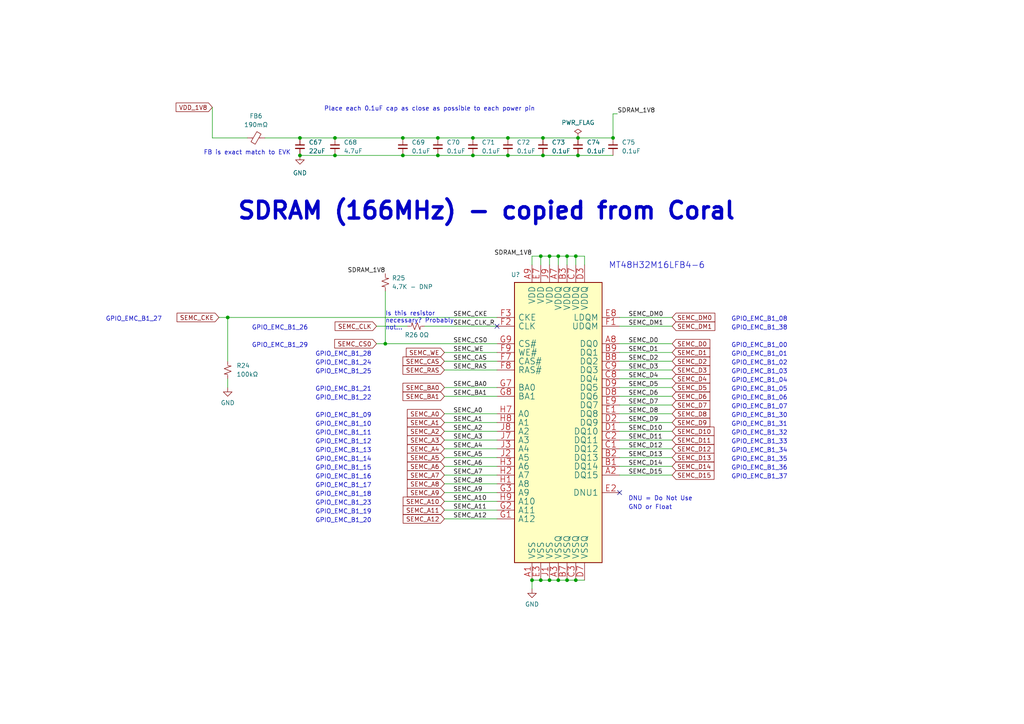
<source format=kicad_sch>
(kicad_sch (version 20231120) (generator "eeschema") (generator_version "8.0")
  (paper "A4")
  (title_block (title "Soldermander") (date "2024-02-27") (rev "1.0") (company "Stanford Student Space Initiative") (comment 1 "RE: Flynn Dreilinger"))
  (lib_symbols
    (symbol "Device:C_Small" (pin_numbers hide) (pin_names (offset 0.254) hide)
      (property "Reference" "C" (at 0.254 1.778 0))
      (property "Value" "C_Small" (at 0.254 -2.032 0))
      (symbol "C_Small_0_1"
        (polyline (pts (xy -1.27 -0.508) (xy 1.27 -0.508)) (stroke (width 0.3302)))
        (polyline (pts (xy -1.27 0.508) (xy 1.27 0.508)) (stroke (width 0.3048)))
      )
      (symbol "C_Small_1_1"
        (pin passive line (at 0 2.54 270) (length 2.032) (name "~") (number "1"))
        (pin passive line (at 0 -2.54 90) (length 2.032) (name "~") (number "2"))
      )
    )
    (symbol "Device:FerriteBead_Small" (pin_numbers hide) (pin_names (offset 0))
      (property "Reference" "FB" (at 1.905 1.27 0))
      (property "Value" "FerriteBead_Small" (at 1.905 -1.27 0))
      (symbol "FerriteBead_Small_0_1"
        (polyline (pts (xy 0 -1.27) (xy 0 -0.7874)))
        (polyline (pts (xy 0 0.889) (xy 0 1.2954)))
        (polyline (pts (xy -1.8288 0.2794) (xy -1.1176 1.4986) (xy 1.8288 -0.2032) (xy 1.1176 -1.4224) (xy -1.8288 0.2794)))
      )
      (symbol "FerriteBead_Small_1_1"
        (pin passive line (at 0 2.54 270) (length 1.27) (name "~") (number "1"))
        (pin passive line (at 0 -2.54 90) (length 1.27) (name "~") (number "2"))
      )
    )
    (symbol "Device:R_Small_US" (pin_numbers hide) (pin_names (offset 0.254) hide)
      (property "Reference" "R" (at 0.762 0.508 0))
      (property "Value" "R_Small_US" (at 0.762 -1.016 0))
      (symbol "R_Small_US_1_1"
        (polyline (pts (xy 0 0) (xy 1.016 -0.381) (xy 0 -0.762) (xy -1.016 -1.143) (xy 0 -1.27)))
        (polyline (pts (xy 0 1.27) (xy 1.016 1.143) (xy 0 0.762) (xy -1.016 0.381) (xy 0 0)))
        (pin passive line (at 0 2.54 270) (length 1.016) (name "~") (number "1"))
        (pin passive line (at 0 -2.54 90) (length 1.016) (name "~") (number "2"))
      )
    )
    (symbol "adcs:SDRAM_MT48H32M16LFB4-6" (pin_names (offset 1.016))
      (property "Reference" "U6" (at -1.016 1.27 0))
      (symbol "SDRAM_MT48H32M16LFB4-6_0_1"
        (rectangle (start 0 -81.28) (end 25.4 0) (stroke (width 0.254)) (fill (type background)))
        (pin power_in line (at 5.08 -86.36 90) (length 5.08) (name "VSS") (number "A1"))
        (pin bidirectional line (at 30.48 -55.88 180) (length 5.08) (name "DQ15") (number "A2"))
        (pin power_in line (at 12.7 -86.36 90) (length 5.08) (name "VSSQ") (number "A3"))
        (pin power_in line (at 12.7 5.08 270) (length 5.08) (name "VDDQ") (number "A7"))
        (pin bidirectional line (at 30.48 -17.78 180) (length 5.08) (name "DQ0") (number "A8"))
        (pin power_in line (at 5.08 5.08 270) (length 5.08) (name "VDD") (number "A9"))
        (pin bidirectional line (at 30.48 -53.34 180) (length 5.08) (name "DQ14") (number "B1"))
        (pin bidirectional line (at 30.48 -50.8 180) (length 5.08) (name "DQ13") (number "B2"))
        (pin power_in line (at 15.24 5.08 270) (length 5.08) (name "VDDQ") (number "B3"))
        (pin power_in line (at 15.24 -86.36 90) (length 5.08) (name "VSSQ") (number "B7"))
        (pin bidirectional line (at 30.48 -22.86 180) (length 5.08) (name "DQ2") (number "B8"))
        (pin bidirectional line (at 30.48 -20.32 180) (length 5.08) (name "DQ1") (number "B9"))
        (pin bidirectional line (at 30.48 -48.26 180) (length 5.08) (name "DQ12") (number "C1"))
        (pin bidirectional line (at 30.48 -45.72 180) (length 5.08) (name "DQ11") (number "C2"))
        (pin power_in line (at 17.78 -86.36 90) (length 5.08) (name "VSSQ") (number "C3"))
        (pin power_in line (at 17.78 5.08 270) (length 5.08) (name "VDDQ") (number "C7"))
        (pin bidirectional line (at 30.48 -27.94 180) (length 5.08) (name "DQ4") (number "C8"))
        (pin bidirectional line (at 30.48 -25.4 180) (length 5.08) (name "DQ3") (number "C9"))
        (pin bidirectional line (at 30.48 -43.18 180) (length 5.08) (name "DQ10") (number "D1"))
        (pin bidirectional line (at 30.48 -40.64 180) (length 5.08) (name "DQ9") (number "D2"))
        (pin power_in line (at 20.32 5.08 270) (length 5.08) (name "VDDQ") (number "D3"))
        (pin power_in line (at 20.32 -86.36 90) (length 5.08) (name "VSSQ") (number "D7"))
        (pin bidirectional line (at 30.48 -33.02 180) (length 5.08) (name "DQ6") (number "D8"))
        (pin bidirectional line (at 30.48 -30.48 180) (length 5.08) (name "DQ5") (number "D9"))
        (pin bidirectional line (at 30.48 -38.1 180) (length 5.08) (name "DQ8") (number "E1"))
        (pin passive line (at 30.48 -60.96 180) (length 5.08) (name "DNU1") (number "E2"))
        (pin power_in line (at 7.62 -86.36 90) (length 5.08) (name "VSS") (number "E3"))
        (pin power_in line (at 7.62 5.08 270) (length 5.08) (name "VDD") (number "E7"))
        (pin input line (at 30.48 -10.16 180) (length 5.08) (name "LDQM") (number "E8"))
        (pin bidirectional line (at 30.48 -35.56 180) (length 5.08) (name "DQ7") (number "E9"))
        (pin input line (at 30.48 -12.7 180) (length 5.08) (name "UDQM") (number "F1"))
        (pin input line (at -5.08 -12.7 0) (length 5.08) (name "CLK") (number "F2"))
        (pin input line (at -5.08 -10.16 0) (length 5.08) (name "CKE") (number "F3"))
        (pin input line (at -5.08 -22.86 0) (length 5.08) (name "CAS#") (number "F7"))
        (pin input line (at -5.08 -25.4 0) (length 5.08) (name "RAS#") (number "F8"))
        (pin input line (at -5.08 -20.32 0) (length 5.08) (name "WE#") (number "F9"))
        (pin input line (at -5.08 -68.58 0) (length 5.08) (name "A12") (number "G1"))
        (pin input line (at -5.08 -66.04 0) (length 5.08) (name "A11") (number "G2"))
        (pin input line (at -5.08 -60.96 0) (length 5.08) (name "A9") (number "G3"))
        (pin input line (at -5.08 -30.48 0) (length 5.08) (name "BA0") (number "G7"))
        (pin input line (at -5.08 -33.02 0) (length 5.08) (name "BA1") (number "G8"))
        (pin input line (at -5.08 -17.78 0) (length 5.08) (name "CS#") (number "G9"))
        (pin input line (at -5.08 -58.42 0) (length 5.08) (name "A8") (number "H1"))
        (pin input line (at -5.08 -55.88 0) (length 5.08) (name "A7") (number "H2"))
        (pin input line (at -5.08 -53.34 0) (length 5.08) (name "A6") (number "H3"))
        (pin input line (at -5.08 -38.1 0) (length 5.08) (name "A0") (number "H7"))
        (pin input line (at -5.08 -40.64 0) (length 5.08) (name "A1") (number "H8"))
        (pin input line (at -5.08 -63.5 0) (length 5.08) (name "A10") (number "H9"))
        (pin power_in line (at 10.16 -86.36 90) (length 5.08) (name "VSS") (number "J1"))
        (pin input line (at -5.08 -50.8 0) (length 5.08) (name "A5") (number "J2"))
        (pin input line (at -5.08 -48.26 0) (length 5.08) (name "A4") (number "J3"))
        (pin input line (at -5.08 -45.72 0) (length 5.08) (name "A3") (number "J7"))
        (pin input line (at -5.08 -43.18 0) (length 5.08) (name "A2") (number "J8"))
        (pin power_in line (at 10.16 5.08 270) (length 5.08) (name "VDD") (number "J9"))
      )
    )
    (symbol "power:GND" (power) (pin_names (offset 0))
      (property "Value" "GND" (at 0 -3.81 0))
      (symbol "GND_0_1"
        (polyline (pts (xy 0 0) (xy 0 -1.27) (xy 1.27 -1.27) (xy 0 -2.54) (xy -1.27 -1.27) (xy 0 -1.27)))
      )
      (symbol "GND_1_1"
        (pin power_in line (at 0 0 270) (length 0) hide (name "GND") (number "1"))
      )
    )
    (symbol "power:PWR_FLAG" (power) (pin_numbers hide) (pin_names (offset 0) hide)
      (property "Value" "PWR_FLAG" (at 0 3.81 0))
      (symbol "PWR_FLAG_0_0"
        (pin power_out line (at 0 0 90) (length 0) (name "pwr") (number "1"))
      )
      (symbol "PWR_FLAG_0_1"
        (polyline (pts (xy 0 0) (xy 0 1.27) (xy -1.016 1.905) (xy 0 2.54) (xy 1.016 1.905) (xy 0 1.27)))
      )
    )
  )
  (junction (at 116.84 45.085))
  (junction (at 111.76 99.695))
  (junction (at 156.845 74.295))
  (junction (at 177.8 40.005))
  (junction (at 167.64 40.005))
  (junction (at 167.005 74.295))
  (junction (at 127 40.005))
  (junction (at 127 45.085))
  (junction (at 116.84 40.005))
  (junction (at 161.925 168.275))
  (junction (at 164.465 74.295))
  (junction (at 147.32 40.005))
  (junction (at 161.925 74.295))
  (junction (at 156.845 168.275))
  (junction (at 86.995 40.005))
  (junction (at 137.16 40.005))
  (junction (at 66.04 92.075))
  (junction (at 154.305 168.275))
  (junction (at 147.32 45.085))
  (junction (at 159.385 74.295))
  (junction (at 167.005 168.275))
  (junction (at 157.48 45.085))
  (junction (at 86.995 45.085))
  (junction (at 97.155 45.085))
  (junction (at 167.64 45.085))
  (junction (at 97.155 40.005))
  (junction (at 164.465 168.275))
  (junction (at 137.16 45.085))
  (junction (at 157.48 40.005))
  (junction (at 159.385 168.275))
  (no_connect (at 179.705 142.875))
  (no_connect (at 144.145 94.615))
  (wire (pts (xy 161.925 168.275) (xy 164.465 168.275)))
  (wire (pts (xy 179.705 135.255) (xy 194.945 135.255)))
  (wire (pts (xy 109.22 99.695) (xy 111.76 99.695)))
  (wire (pts (xy 63.5 92.075) (xy 66.04 92.075)))
  (wire (pts (xy 179.705 112.395) (xy 194.945 112.395)))
  (wire (pts (xy 179.705 125.095) (xy 194.945 125.095)))
  (wire (pts (xy 128.905 140.335) (xy 144.145 140.335)))
  (wire (pts (xy 128.905 135.255) (xy 144.145 135.255)))
  (wire (pts (xy 164.465 74.295) (xy 161.925 74.295)))
  (wire (pts (xy 128.905 112.395) (xy 144.145 112.395)))
  (wire (pts (xy 157.48 45.085) (xy 167.64 45.085)))
  (wire (pts (xy 179.705 107.315) (xy 194.945 107.315)))
  (wire (pts (xy 167.005 76.835) (xy 167.005 74.295)))
  (wire (pts (xy 128.905 142.875) (xy 144.145 142.875)))
  (wire (pts (xy 167.64 40.005) (xy 177.8 40.005)))
  (wire (pts (xy 154.305 74.295) (xy 154.305 76.835)))
  (wire (pts (xy 128.905 147.955) (xy 144.145 147.955)))
  (wire (pts (xy 128.905 150.495) (xy 144.145 150.495)))
  (wire (pts (xy 161.925 74.295) (xy 159.385 74.295)))
  (wire (pts (xy 167.005 74.295) (xy 164.465 74.295)))
  (wire (pts (xy 169.545 74.295) (xy 167.005 74.295)))
  (wire (pts (xy 128.905 122.555) (xy 144.145 122.555)))
  (wire (pts (xy 61.595 31.115) (xy 61.595 40.005)))
  (wire (pts (xy 66.04 92.075) (xy 144.145 92.075)))
  (wire (pts (xy 128.905 137.795) (xy 144.145 137.795)))
  (wire (pts (xy 179.07 33.02) (xy 177.8 33.02)))
  (wire (pts (xy 128.905 102.235) (xy 144.145 102.235)))
  (wire (pts (xy 169.545 76.835) (xy 169.545 74.295)))
  (wire (pts (xy 97.155 40.005) (xy 116.84 40.005)))
  (wire (pts (xy 179.705 127.635) (xy 194.945 127.635)))
  (wire (pts (xy 177.8 33.02) (xy 177.8 40.005)))
  (wire (pts (xy 156.845 74.295) (xy 154.305 74.295)))
  (wire (pts (xy 76.835 40.005) (xy 86.995 40.005)))
  (wire (pts (xy 179.705 120.015) (xy 194.945 120.015)))
  (wire (pts (xy 194.945 92.075) (xy 179.705 92.075)))
  (wire (pts (xy 86.995 45.085) (xy 97.155 45.085)))
  (wire (pts (xy 147.32 40.005) (xy 157.48 40.005)))
  (wire (pts (xy 179.705 104.775) (xy 194.945 104.775)))
  (wire (pts (xy 128.905 114.935) (xy 144.145 114.935)))
  (wire (pts (xy 61.595 40.005) (xy 71.755 40.005)))
  (wire (pts (xy 154.305 170.815) (xy 154.305 168.275)))
  (wire (pts (xy 194.945 94.615) (xy 179.705 94.615)))
  (wire (pts (xy 66.04 109.855) (xy 66.04 112.395)))
  (wire (pts (xy 144.145 94.615) (xy 123.19 94.615)))
  (wire (pts (xy 128.905 132.715) (xy 144.145 132.715)))
  (wire (pts (xy 157.48 40.005) (xy 167.64 40.005)))
  (wire (pts (xy 137.16 45.085) (xy 147.32 45.085)))
  (wire (pts (xy 179.705 137.795) (xy 194.945 137.795)))
  (wire (pts (xy 97.155 45.085) (xy 116.84 45.085)))
  (wire (pts (xy 179.705 117.475) (xy 194.945 117.475)))
  (wire (pts (xy 167.005 168.275) (xy 169.545 168.275)))
  (wire (pts (xy 109.22 94.615) (xy 118.11 94.615)))
  (wire (pts (xy 127 40.005) (xy 137.16 40.005)))
  (wire (pts (xy 128.905 127.635) (xy 144.145 127.635)))
  (wire (pts (xy 161.925 76.835) (xy 161.925 74.295)))
  (wire (pts (xy 179.705 102.235) (xy 194.945 102.235)))
  (wire (pts (xy 156.845 168.275) (xy 159.385 168.275)))
  (wire (pts (xy 128.905 120.015) (xy 144.145 120.015)))
  (wire (pts (xy 116.84 45.085) (xy 127 45.085)))
  (wire (pts (xy 164.465 76.835) (xy 164.465 74.295)))
  (wire (pts (xy 179.705 122.555) (xy 194.945 122.555)))
  (wire (pts (xy 144.145 99.695) (xy 111.76 99.695)))
  (wire (pts (xy 66.04 92.075) (xy 66.04 104.775)))
  (wire (pts (xy 159.385 168.275) (xy 161.925 168.275)))
  (wire (pts (xy 159.385 74.295) (xy 156.845 74.295)))
  (wire (pts (xy 167.64 45.085) (xy 177.8 45.085)))
  (wire (pts (xy 86.995 40.005) (xy 97.155 40.005)))
  (wire (pts (xy 164.465 168.275) (xy 167.005 168.275)))
  (wire (pts (xy 128.905 104.775) (xy 144.145 104.775)))
  (wire (pts (xy 128.905 145.415) (xy 144.145 145.415)))
  (wire (pts (xy 156.845 76.835) (xy 156.845 74.295)))
  (wire (pts (xy 159.385 76.835) (xy 159.385 74.295)))
  (wire (pts (xy 147.32 45.085) (xy 157.48 45.085)))
  (wire (pts (xy 179.705 109.855) (xy 194.945 109.855)))
  (wire (pts (xy 128.905 107.315) (xy 144.145 107.315)))
  (wire (pts (xy 137.16 40.005) (xy 147.32 40.005)))
  (wire (pts (xy 154.305 168.275) (xy 156.845 168.275)))
  (wire (pts (xy 179.705 130.175) (xy 194.945 130.175)))
  (wire (pts (xy 127 45.085) (xy 137.16 45.085)))
  (wire (pts (xy 116.84 40.005) (xy 127 40.005)))
  (wire (pts (xy 179.705 99.695) (xy 194.945 99.695)))
  (wire (pts (xy 128.905 130.175) (xy 144.145 130.175)))
  (wire (pts (xy 111.76 99.695) (xy 111.76 84.455)))
  (wire (pts (xy 128.905 125.095) (xy 144.145 125.095)))
  (wire (pts (xy 179.705 114.935) (xy 194.945 114.935)))
  (wire (pts (xy 179.705 132.715) (xy 194.945 132.715)))
  (text "GPIO_EMC_B1_08" (at 212.09 93.345 0) (effects (font (size 1.27 1.27)) (justify left bottom)))
  (text "GPIO_EMC_B1_30" (at 212.09 121.285 0) (effects (font (size 1.27 1.27)) (justify left bottom)))
  (text "GPIO_EMC_B1_18" (at 91.44 144.145 0) (effects (font (size 1.27 1.27)) (justify left bottom)))
  (text "GPIO_EMC_B1_25" (at 91.44 108.585 0) (effects (font (size 1.27 1.27)) (justify left bottom)))
  (text "GPIO_EMC_B1_36" (at 212.09 136.525 0) (effects (font (size 1.27 1.27)) (justify left bottom)))
  (text "FB is exact match to EVK" (at 59.055 45.085 0) (effects (font (size 1.27 1.27)) (justify left bottom)))
  (text "GPIO_EMC_B1_10" (at 91.44 123.825 0) (effects (font (size 1.27 1.27)) (justify left bottom)))
  (text "GPIO_EMC_B1_14" (at 91.44 133.985 0) (effects (font (size 1.27 1.27)) (justify left bottom)))
  (text "GPIO_EMC_B1_15" (at 91.44 136.525 0) (effects (font (size 1.27 1.27)) (justify left bottom)))
  (text "GPIO_EMC_B1_34" (at 212.09 131.445 0) (effects (font (size 1.27 1.27)) (justify left bottom)))
  (text "GPIO_EMC_B1_17" (at 91.44 141.605 0) (effects (font (size 1.27 1.27)) (justify left bottom)))
  (text "GPIO_EMC_B1_29" (at 73.025 100.965 0) (effects (font (size 1.27 1.27)) (justify left bottom)))
  (text "GPIO_EMC_B1_05" (at 212.09 113.665 0) (effects (font (size 1.27 1.27)) (justify left bottom)))
  (text "GPIO_EMC_B1_00" (at 212.09 100.965 0) (effects (font (size 1.27 1.27)) (justify left bottom)))
  (text "GPIO_EMC_B1_31" (at 212.09 123.825 0) (effects (font (size 1.27 1.27)) (justify left bottom)))
  (text "GPIO_EMC_B1_01" (at 212.09 103.505 0) (effects (font (size 1.27 1.27)) (justify left bottom)))
  (text "GPIO_EMC_B1_03" (at 212.09 108.585 0) (effects (font (size 1.27 1.27)) (justify left bottom)))
  (text "GPIO_EMC_B1_33" (at 212.09 128.905 0) (effects (font (size 1.27 1.27)) (justify left bottom)))
  (text "GPIO_EMC_B1_02" (at 212.09 106.045 0) (effects (font (size 1.27 1.27)) (justify left bottom)))
  (text "Place each 0.1uF cap as close as possible to each power pin\n" (at 93.98 32.385 0) (effects (font (size 1.27 1.27)) (justify left bottom)))
  (text "GPIO_EMC_B1_28" (at 91.44 103.505 0) (effects (font (size 1.27 1.27)) (justify left bottom)))
  (text "GPIO_EMC_B1_22" (at 91.44 116.205 0) (effects (font (size 1.27 1.27)) (justify left bottom)))
  (text "GPIO_EMC_B1_24" (at 91.44 106.045 0) (effects (font (size 1.27 1.27)) (justify left bottom)))
  (text "GPIO_EMC_B1_35" (at 212.09 133.985 0) (effects (font (size 1.27 1.27)) (justify left bottom)))
  (text "MT48H32M16LFB4-6" (at 176.53 78.105 0) (effects (font (size 1.778 1.778)) (justify left bottom)))
  (text "GPIO_EMC_B1_20" (at 91.44 151.765 0) (effects (font (size 1.27 1.27)) (justify left bottom)))
  (text "GPIO_EMC_B1_06" (at 212.09 116.205 0) (effects (font (size 1.27 1.27)) (justify left bottom)))
  (text "GPIO_EMC_B1_16" (at 91.44 139.065 0) (effects (font (size 1.27 1.27)) (justify left bottom)))
  (text "GPIO_EMC_B1_38" (at 212.09 95.885 0) (effects (font (size 1.27 1.27)) (justify left bottom)))
  (text "GPIO_EMC_B1_04" (at 212.09 111.125 0) (effects (font (size 1.27 1.27)) (justify left bottom)))
  (text "GPIO_EMC_B1_23" (at 91.44 146.685 0) (effects (font (size 1.27 1.27)) (justify left bottom)))
  (text "GPIO_EMC_B1_26" (at 73.025 95.885 0) (effects (font (size 1.27 1.27)) (justify left bottom)))
  (text "DNU = Do Not Use" (at 182.245 145.415 0) (effects (font (size 1.27 1.27)) (justify left bottom)))
  (text "GPIO_EMC_B1_09" (at 91.44 121.285 0) (effects (font (size 1.27 1.27)) (justify left bottom)))
  (text "GND or Float" (at 182.245 147.955 0) (effects (font (size 1.27 1.27)) (justify left bottom)))
  (text "GPIO_EMC_B1_13" (at 91.44 131.445 0) (effects (font (size 1.27 1.27)) (justify left bottom)))
  (text "GPIO_EMC_B1_11" (at 91.44 126.365 0) (effects (font (size 1.27 1.27)) (justify left bottom)))
  (text "GPIO_EMC_B1_37" (at 212.09 139.065 0) (effects (font (size 1.27 1.27)) (justify left bottom)))
  (text "GPIO_EMC_B1_21" (at 91.44 113.665 0) (effects (font (size 1.27 1.27)) (justify left bottom)))
  (text "GPIO_EMC_B1_27" (at 46.99 93.345 0) (effects (font (size 1.27 1.27)) (justify right bottom)))
  (text "GPIO_EMC_B1_07" (at 212.09 118.745 0) (effects (font (size 1.27 1.27)) (justify left bottom)))
  (text "GPIO_EMC_B1_32" (at 212.09 126.365 0) (effects (font (size 1.27 1.27)) (justify left bottom)))
  (text "SDRAM (166MHz) - copied from Coral" (at 68.58 64.135 0) (effects (font (size 4.8768 4.8768) (thickness 0.9754) (bold yes)) (justify left bottom)))
  (text "GPIO_EMC_B1_12" (at 91.44 128.905 0) (effects (font (size 1.27 1.27)) (justify left bottom)))
  (text "GPIO_EMC_B1_19" (at 91.44 149.225 0) (effects (font (size 1.27 1.27)) (justify left bottom)))
  (text "Is this resistor \nnecessary? Probably \nnot..." (at 111.76 95.885 0) (effects (font (size 1.27 1.27)) (justify left bottom)))
  (label "SEMC_A7" (at 131.445 137.795 0))
  (label "SEMC_A9" (at 131.445 142.875 0))
  (label "SEMC_D11" (at 182.245 127.635 0))
  (label "SEMC_A6" (at 131.445 135.255 0))
  (label "SEMC_D2" (at 182.245 104.775 0))
  (label "SEMC_A5" (at 131.445 132.715 0))
  (label "SDRAM_1V8" (at 111.76 79.375 180))
  (label "SEMC_D5" (at 182.245 112.395 0))
  (label "SEMC_DM0" (at 182.245 92.075 0))
  (label "SEMC_BA0" (at 131.445 112.395 0))
  (label "SEMC_DM1" (at 182.245 94.615 0))
  (label "SEMC_RAS" (at 131.445 107.315 0))
  (label "SEMC_A0" (at 131.445 120.015 0))
  (label "SEMC_D7" (at 182.245 117.475 0))
  (label "SEMC_CAS" (at 131.445 104.775 0))
  (label "SEMC_D0" (at 182.245 99.695 0))
  (label "SEMC_D6" (at 182.245 114.935 0))
  (label "SDRAM_1V8" (at 179.07 33.02 0))
  (label "SEMC_D4" (at 182.245 109.855 0))
  (label "SDRAM_1V8" (at 154.305 74.295 180))
  (label "SEMC_BA1" (at 131.445 114.935 0))
  (label "SEMC_A8" (at 131.445 140.335 0))
  (label "SEMC_D8" (at 182.245 120.015 0))
  (label "SEMC_A11" (at 131.445 147.955 0))
  (label "SEMC_A1" (at 131.445 122.555 0))
  (label "SEMC_CKE" (at 131.445 92.075 0))
  (label "SEMC_D10" (at 182.245 125.095 0))
  (label "SEMC_A12" (at 131.445 150.495 0))
  (label "SEMC_A4" (at 131.445 130.175 0))
  (label "SEMC_D1" (at 182.245 102.235 0))
  (label "SEMC_WE" (at 131.445 102.235 0))
  (label "SEMC_A2" (at 131.445 125.095 0))
  (label "SEMC_D3" (at 182.245 107.315 0))
  (label "SEMC_D12" (at 182.245 130.175 0))
  (label "SEMC_D9" (at 182.245 122.555 0))
  (label "SEMC_D15" (at 182.245 137.795 0))
  (label "SEMC_A3" (at 131.445 127.635 0))
  (label "SEMC_CS0" (at 131.445 99.695 0))
  (label "SEMC_CLK_R" (at 131.445 94.615 0))
  (label "SEMC_D13" (at 182.245 132.715 0))
  (label "SEMC_D14" (at 182.245 135.255 0))
  (label "SEMC_A10" (at 131.445 145.415 0))
  (global_label "SEMC_A11" (shape input) (at 128.905 147.955 180) (property "Intersheetrefs" "${INTERSHEET_REFS}" (effects (hide yes))))
  (global_label "SEMC_D0" (shape input) (at 194.945 99.695 0) (property "Intersheetrefs" "${INTERSHEET_REFS}" (effects (hide yes))))
  (global_label "SEMC_A12" (shape input) (at 128.905 150.495 180) (property "Intersheetrefs" "${INTERSHEET_REFS}" (effects (hide yes))))
  (global_label "SEMC_D12" (shape input) (at 194.945 130.175 0) (property "Intersheetrefs" "${INTERSHEET_REFS}" (effects (hide yes))))
  (global_label "SEMC_D5" (shape input) (at 194.945 112.395 0) (property "Intersheetrefs" "${INTERSHEET_REFS}" (effects (hide yes))))
  (global_label "SEMC_D3" (shape input) (at 194.945 107.315 0) (property "Intersheetrefs" "${INTERSHEET_REFS}" (effects (hide yes))))
  (global_label "SEMC_CLK" (shape input) (at 109.22 94.615 180) (property "Intersheetrefs" "${INTERSHEET_REFS}" (effects (hide yes))))
  (global_label "SEMC_CAS" (shape input) (at 128.905 104.775 180) (property "Intersheetrefs" "${INTERSHEET_REFS}" (effects (hide yes))))
  (global_label "SEMC_DM0" (shape input) (at 194.945 92.075 0) (property "Intersheetrefs" "${INTERSHEET_REFS}" (effects (hide yes))))
  (global_label "SEMC_A0" (shape input) (at 128.905 120.015 180) (property "Intersheetrefs" "${INTERSHEET_REFS}" (effects (hide yes))))
  (global_label "SEMC_BA0" (shape input) (at 128.905 112.395 180) (property "Intersheetrefs" "${INTERSHEET_REFS}" (effects (hide yes))))
  (global_label "SEMC_A5" (shape input) (at 128.905 132.715 180) (property "Intersheetrefs" "${INTERSHEET_REFS}" (effects (hide yes))))
  (global_label "SEMC_CS0" (shape input) (at 109.22 99.695 180) (property "Intersheetrefs" "${INTERSHEET_REFS}" (effects (hide yes))))
  (global_label "SEMC_D15" (shape input) (at 194.945 137.795 0) (property "Intersheetrefs" "${INTERSHEET_REFS}" (effects (hide yes))))
  (global_label "SEMC_D2" (shape input) (at 194.945 104.775 0) (property "Intersheetrefs" "${INTERSHEET_REFS}" (effects (hide yes))))
  (global_label "SEMC_A4" (shape input) (at 128.905 130.175 180) (property "Intersheetrefs" "${INTERSHEET_REFS}" (effects (hide yes))))
  (global_label "SEMC_A10" (shape input) (at 128.905 145.415 180) (property "Intersheetrefs" "${INTERSHEET_REFS}" (effects (hide yes))))
  (global_label "SEMC_A6" (shape input) (at 128.905 135.255 180) (property "Intersheetrefs" "${INTERSHEET_REFS}" (effects (hide yes))))
  (global_label "SEMC_D7" (shape input) (at 194.945 117.475 0) (property "Intersheetrefs" "${INTERSHEET_REFS}" (effects (hide yes))))
  (global_label "SEMC_A8" (shape input) (at 128.905 140.335 180) (property "Intersheetrefs" "${INTERSHEET_REFS}" (effects (hide yes))))
  (global_label "SEMC_D13" (shape input) (at 194.945 132.715 0) (property "Intersheetrefs" "${INTERSHEET_REFS}" (effects (hide yes))))
  (global_label "SEMC_D10" (shape input) (at 194.945 125.095 0) (property "Intersheetrefs" "${INTERSHEET_REFS}" (effects (hide yes))))
  (global_label "SEMC_BA1" (shape input) (at 128.905 114.935 180) (property "Intersheetrefs" "${INTERSHEET_REFS}" (effects (hide yes))))
  (global_label "SEMC_WE" (shape input) (at 128.905 102.235 180) (property "Intersheetrefs" "${INTERSHEET_REFS}" (effects (hide yes))))
  (global_label "VDD_1V8" (shape input) (at 61.595 31.115 180) (property "Intersheetrefs" "${INTERSHEET_REFS}" (effects (hide yes))))
  (global_label "SEMC_A9" (shape input) (at 128.905 142.875 180) (property "Intersheetrefs" "${INTERSHEET_REFS}" (effects (hide yes))))
  (global_label "SEMC_D8" (shape input) (at 194.945 120.015 0) (property "Intersheetrefs" "${INTERSHEET_REFS}" (effects (hide yes))))
  (global_label "SEMC_D6" (shape input) (at 194.945 114.935 0) (property "Intersheetrefs" "${INTERSHEET_REFS}" (effects (hide yes))))
  (global_label "SEMC_D1" (shape input) (at 194.945 102.235 0) (property "Intersheetrefs" "${INTERSHEET_REFS}" (effects (hide yes))))
  (global_label "SEMC_D4" (shape input) (at 194.945 109.855 0) (property "Intersheetrefs" "${INTERSHEET_REFS}" (effects (hide yes))))
  (global_label "SEMC_A3" (shape input) (at 128.905 127.635 180) (property "Intersheetrefs" "${INTERSHEET_REFS}" (effects (hide yes))))
  (global_label "SEMC_D9" (shape input) (at 194.945 122.555 0) (property "Intersheetrefs" "${INTERSHEET_REFS}" (effects (hide yes))))
  (global_label "SEMC_D14" (shape input) (at 194.945 135.255 0) (property "Intersheetrefs" "${INTERSHEET_REFS}" (effects (hide yes))))
  (global_label "SEMC_DM1" (shape input) (at 194.945 94.615 0) (property "Intersheetrefs" "${INTERSHEET_REFS}" (effects (hide yes))))
  (global_label "SEMC_CKE" (shape input) (at 63.5 92.075 180) (property "Intersheetrefs" "${INTERSHEET_REFS}" (effects (hide yes))))
  (global_label "SEMC_A2" (shape input) (at 128.905 125.095 180) (property "Intersheetrefs" "${INTERSHEET_REFS}" (effects (hide yes))))
  (global_label "SEMC_RAS" (shape input) (at 128.905 107.315 180) (property "Intersheetrefs" "${INTERSHEET_REFS}" (effects (hide yes))))
  (global_label "SEMC_A1" (shape input) (at 128.905 122.555 180) (property "Intersheetrefs" "${INTERSHEET_REFS}" (effects (hide yes))))
  (global_label "SEMC_A7" (shape input) (at 128.905 137.795 180) (property "Intersheetrefs" "${INTERSHEET_REFS}" (effects (hide yes))))
  (global_label "SEMC_D11" (shape input) (at 194.945 127.635 0) (property "Intersheetrefs" "${INTERSHEET_REFS}" (effects (hide yes))))
  (symbol (lib_id "power:GND") (at 66.04 112.395 0) (unit 1)
    (property "Reference" "#PWR058" (effects (hide yes)))
    (property "Value" "GND" (at 66.04 116.84 0))
  )
  (symbol (lib_id "power:GND") (at 154.305 170.815 0) (unit 1)
    (property "Reference" "#PWR060" (effects (hide yes)))
    (property "Value" "GND" (at 154.305 175.26 0))
  )
  (symbol (lib_id "Device:C_Small") (at 86.995 42.545 0) (unit 1)
    (property "Reference" "C67" (at 89.535 41.2813 0) (effects (justify left)))
    (property "Value" "22uF" (at 89.535 43.8213 0) (effects (justify left)))
    (property "Footprint" "Capacitor_SMD:C_0603_1608Metric" (effects (hide yes)))
    (property "Footprint (for JLCPCB)" "0603" (effects (hide yes)))
    (property "Voltage Rating" "6.3V" (effects (hide yes)))
  )
  (symbol (lib_id "Device:C_Small") (at 147.32 42.545 0) (unit 1)
    (property "Reference" "C72" (at 149.86 41.2813 0) (effects (justify left)))
    (property "Value" "0.1uF" (at 149.86 43.8213 0) (effects (justify left)))
    (property "Footprint" "Capacitor_SMD:C_0402_1005Metric" (effects (hide yes)))
    (property "Voltage Rating" "10V" (effects (hide yes)))
  )
  (symbol (lib_id "adcs:SDRAM_MT48H32M16LFB4-6") (at 149.225 81.915 0) (unit 1)
    (property "Reference" "U?" (at 148.209 80.391 0) (effects (justify left bottom)))
    (property "Value" "MT48H32M16LFB4-6" (effects (hide yes)))
    (property "Footprint" "adcs:VFBGA54_8X8_MRN" (effects (hide yes)))
    (property "Description" "SDRAM" (effects (hide yes)))
    (property "Flight" "MT48H32M16LFB4-6" (effects (hide yes)))
    (property "JLCPCB P/N" "C1351581" (effects (hide yes)))
    (instances (project "Coral Dev Board Micro" (path "" (reference "U?") (unit 1))) (project "11 SDRAM-SchDoc" (path "" (reference "U?") (unit 1))) (project "Soldermander" (path "" (reference "U6") (unit 1))))
  )
  (symbol (lib_id "Device:C_Small") (at 116.84 42.545 0) (unit 1)
    (property "Reference" "C69" (at 119.38 41.2813 0) (effects (justify left)))
    (property "Value" "0.1uF" (at 119.38 43.8213 0) (effects (justify left)))
    (property "Footprint" "Capacitor_SMD:C_0402_1005Metric" (effects (hide yes)))
    (property "Voltage Rating" "50V" (effects (hide yes)))
  )
  (symbol (lib_id "Device:C_Small") (at 177.8 42.545 0) (unit 1)
    (property "Reference" "C75" (at 180.34 41.2813 0) (effects (justify left)))
    (property "Value" "0.1uF" (at 180.34 43.8213 0) (effects (justify left)))
    (property "Footprint" "Capacitor_SMD:C_0402_1005Metric" (effects (hide yes)))
    (property "Voltage Rating" "10V" (effects (hide yes)))
  )
  (symbol (lib_id "Device:C_Small") (at 127 42.545 0) (unit 1)
    (property "Reference" "C70" (at 129.54 41.2813 0) (effects (justify left)))
    (property "Value" "0.1uF" (at 129.54 43.8213 0) (effects (justify left)))
    (property "Footprint" "Capacitor_SMD:C_0402_1005Metric" (effects (hide yes)))
    (property "Voltage Rating" "10V" (effects (hide yes)))
  )
  (symbol (lib_id "Device:C_Small") (at 137.16 42.545 0) (unit 1)
    (property "Reference" "C71" (at 139.7 41.2813 0) (effects (justify left)))
    (property "Value" "0.1uF" (at 139.7 43.8213 0) (effects (justify left)))
    (property "Footprint" "Capacitor_SMD:C_0402_1005Metric" (effects (hide yes)))
    (property "Voltage Rating" "10V" (effects (hide yes)))
  )
  (symbol (lib_id "Device:R_Small_US") (at 120.65 94.615 90) (unit 1)
    (property "Reference" "R26" (at 121.285 97.155 90) (effects (justify left)))
    (property "Value" "0Ω" (at 124.46 97.155 90) (effects (justify left)))
    (property "Footprint" "Resistor_SMD:R_0402_1005Metric" (effects (hide yes)))
    (property "Footprint (for JLCPCB)" "0402" (effects (hide yes)))
  )
  (symbol (lib_id "power:PWR_FLAG") (at 167.64 40.005 0) (unit 1)
    (property "Reference" "#FLG022" (effects (hide yes)))
    (property "Value" "PWR_FLAG" (at 167.64 35.56 0))
  )
  (symbol (lib_id "Device:C_Small") (at 97.155 42.545 0) (unit 1)
    (property "Reference" "C68" (at 99.695 41.2813 0) (effects (justify left)))
    (property "Value" "4.7uF" (at 99.695 43.8213 0) (effects (justify left)))
    (property "Footprint" "Capacitor_SMD:C_0402_1005Metric" (effects (hide yes)))
    (property "Footprint (for JLCPCB)" "0402" (effects (hide yes)))
    (property "Voltage Rating" "10V" (effects (hide yes)))
  )
  (symbol (lib_id "Device:C_Small") (at 157.48 42.545 0) (unit 1)
    (property "Reference" "C73" (at 160.02 41.2813 0) (effects (justify left)))
    (property "Value" "0.1uF" (at 160.02 43.8213 0) (effects (justify left)))
    (property "Footprint" "Capacitor_SMD:C_0402_1005Metric" (effects (hide yes)))
    (property "Voltage Rating" "10V" (effects (hide yes)))
  )
  (symbol (lib_id "power:GND") (at 86.995 45.085 0) (unit 1)
    (property "Reference" "#PWR059" (effects (hide yes)))
    (property "Value" "GND" (at 86.995 50.165 0))
  )
  (symbol (lib_id "Device:FerriteBead_Small") (at 74.295 40.005 90) (unit 1)
    (property "Reference" "FB6" (at 74.2569 33.655 90))
    (property "Value" "190mΩ" (at 74.2569 36.195 90))
    (property "Footprint" "Fuse:Fuse_0402_1005Metric" (effects (hide yes)))
    (property "Description" "Ferrite Bead" (effects (hide yes)))
    (property "Flight" "BLM15AG121SN1D" (effects (hide yes)))
    (property "JLCPCB P/N" "C85812" (effects (hide yes)))
    (property "Footprint (for JLCPCB)" "0401" (effects (hide yes)))
  )
  (symbol (lib_id "Device:R_Small_US") (at 66.04 107.315 0) (unit 1)
    (property "Reference" "R24" (at 68.58 106.045 0) (effects (justify left)))
    (property "Value" "100kΩ" (at 68.58 108.585 0) (effects (justify left)))
    (property "Footprint" "Resistor_SMD:R_0402_1005Metric" (effects (hide yes)))
    (property "Footprint (for JLCPCB)" "0402" (effects (hide yes)))
  )
  (symbol (lib_id "Device:R_Small_US") (at 111.76 81.915 0) (unit 1)
    (property "Reference" "R25" (at 113.665 80.645 0) (effects (justify left)))
    (property "Value" "4.7K - DNP" (at 113.665 83.185 0) (effects (justify left)))
    (property "Footprint" "Resistor_SMD:R_0402_1005Metric" (effects (hide yes)))
    (property "Footprint (for JLCPCB)" "0402" (effects (hide yes)))
  )
  (symbol (lib_id "Device:C_Small") (at 167.64 42.545 0) (unit 1)
    (property "Reference" "C74" (at 170.18 41.2813 0) (effects (justify left)))
    (property "Value" "0.1uF" (at 170.18 43.8213 0) (effects (justify left)))
    (property "Footprint" "Capacitor_SMD:C_0402_1005Metric" (effects (hide yes)))
    (property "Voltage Rating" "10V" (effects (hide yes)))
  )
)
</source>
